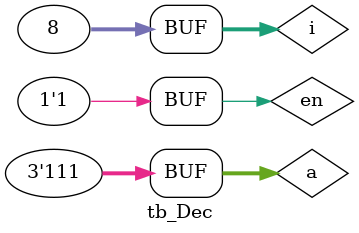
<source format=v>

module tb_Dec();

   reg [2:0]a;
   reg en;
   wire [7:0]y;

integer i;

Three_8De D1(
  .a(a),
  .en(en),
  .y(y)
);


initial begin
   $monitor($time,"a=%b  ; y=%b  ; en=%d",a,y,en);
   #1 a=0; en=0;
   for(i=0;i<8;i=i+1) begin
     #1 a=i ; en=1;
   end
end

endmodule
   
</source>
